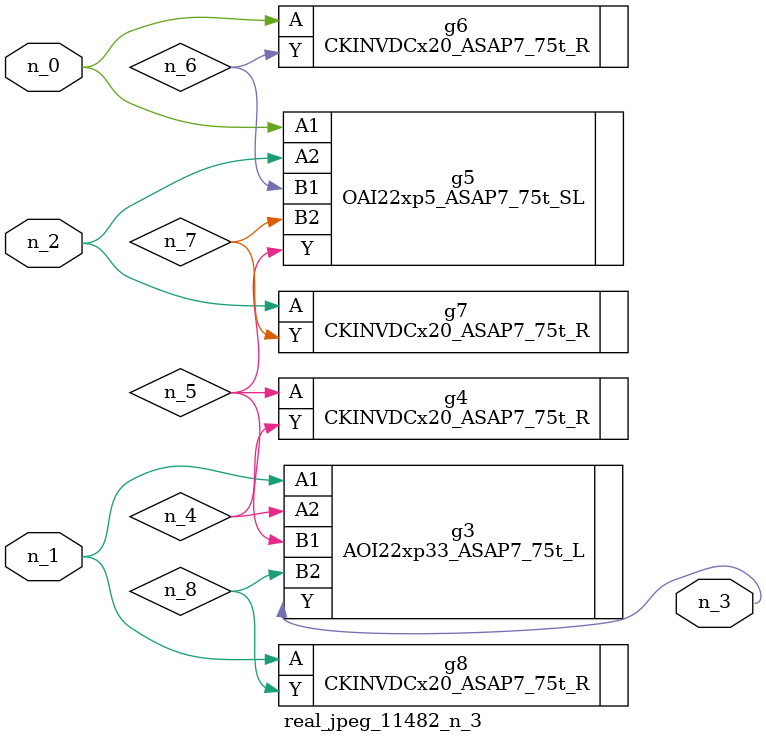
<source format=v>
module real_jpeg_11482_n_3 (n_1, n_0, n_2, n_3);

input n_1;
input n_0;
input n_2;

output n_3;

wire n_5;
wire n_4;
wire n_8;
wire n_6;
wire n_7;

OAI22xp5_ASAP7_75t_SL g5 ( 
.A1(n_0),
.A2(n_2),
.B1(n_6),
.B2(n_7),
.Y(n_5)
);

CKINVDCx20_ASAP7_75t_R g6 ( 
.A(n_0),
.Y(n_6)
);

AOI22xp33_ASAP7_75t_L g3 ( 
.A1(n_1),
.A2(n_4),
.B1(n_5),
.B2(n_8),
.Y(n_3)
);

CKINVDCx20_ASAP7_75t_R g8 ( 
.A(n_1),
.Y(n_8)
);

CKINVDCx20_ASAP7_75t_R g7 ( 
.A(n_2),
.Y(n_7)
);

CKINVDCx20_ASAP7_75t_R g4 ( 
.A(n_5),
.Y(n_4)
);


endmodule
</source>
